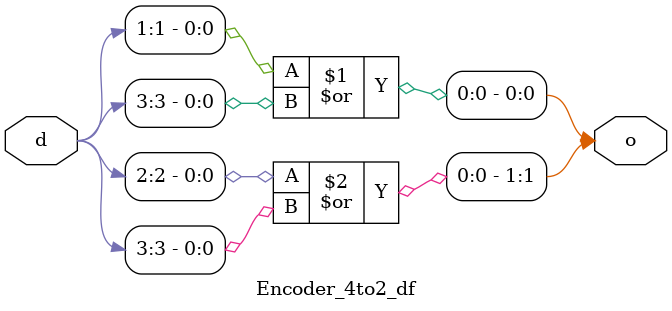
<source format=v>
`timescale 1ns / 1ps


module Encoder_4to2_df(o,d);
input [3:0]d;
output [1:0]o;

assign o[0] = d[1]|d[3];
assign o[1] = d[2]|d[3];
endmodule

</source>
